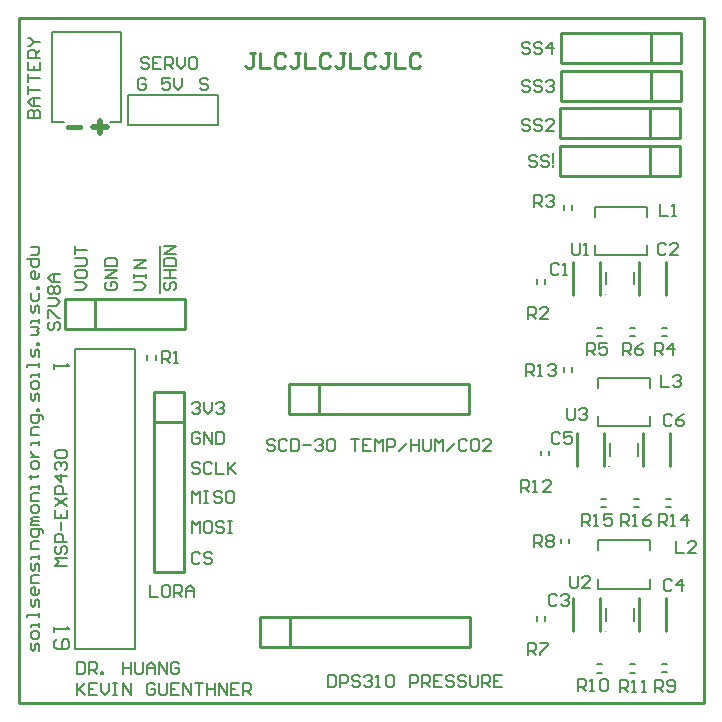
<source format=gto>
G04*
G04 #@! TF.GenerationSoftware,Altium Limited,Altium Designer,22.4.2 (48)*
G04*
G04 Layer_Color=65535*
%FSLAX25Y25*%
%MOIN*%
G70*
G04*
G04 #@! TF.SameCoordinates,78AC0251-C41B-4C09-997F-A4DA7E128E32*
G04*
G04*
G04 #@! TF.FilePolarity,Positive*
G04*
G01*
G75*
%ADD10C,0.00394*%
%ADD11C,0.00984*%
%ADD12C,0.00787*%
%ADD13C,0.00800*%
%ADD14C,0.01000*%
%ADD15C,0.01968*%
%ADD16C,0.01575*%
%ADD17C,0.00600*%
D10*
X196922Y79068D02*
G03*
X196922Y79068I-197J0D01*
G01*
X195591Y24028D02*
G03*
X195591Y24028I-197J0D01*
G01*
Y136232D02*
G03*
X195591Y136232I-197J0D01*
G01*
D11*
X27130Y192016D02*
G03*
X27130Y192016I-492J0D01*
G01*
D12*
X181693Y164567D02*
Y166142D01*
X184449Y164567D02*
Y166142D01*
X193110Y105118D02*
Y108465D01*
X210433Y105118D02*
Y108465D01*
X193110Y92323D02*
Y95669D01*
X210433Y92323D02*
Y95669D01*
X193110Y108465D02*
X210433D01*
X193110Y92323D02*
X210433D01*
X193110Y50984D02*
Y54331D01*
X210433Y50984D02*
Y54331D01*
X193110Y38189D02*
Y41535D01*
X210433Y38189D02*
Y41535D01*
X193110Y54331D02*
X210433D01*
X193110Y38189D02*
X210433D01*
X192126Y162205D02*
Y165551D01*
X209449Y162205D02*
Y165551D01*
X192126Y149409D02*
Y152756D01*
X209449Y149409D02*
Y152756D01*
X192126Y165551D02*
X209449D01*
X192126Y149409D02*
X209449D01*
X214567Y13189D02*
X216142D01*
X214567Y10433D02*
X216142D01*
X42913Y114370D02*
Y115945D01*
X45669Y114370D02*
Y115945D01*
X66339Y192835D02*
Y202835D01*
X36339Y192835D02*
X66339D01*
X36339D02*
Y202835D01*
X66339D01*
X176725Y82599D02*
Y84174D01*
X173969Y82599D02*
Y84174D01*
X215899Y65276D02*
X217473D01*
X215899Y68032D02*
X217473D01*
X205072Y65276D02*
X206647D01*
X205072Y68032D02*
X206647D01*
X194245Y68032D02*
X195820D01*
X194245Y65276D02*
X195820D01*
X181693Y110433D02*
Y112008D01*
X184449Y110433D02*
Y112008D01*
X180709Y53347D02*
Y54921D01*
X183465Y53347D02*
Y54921D01*
X175394Y27559D02*
Y29134D01*
X172638Y27559D02*
Y29134D01*
X192913Y12992D02*
X194488D01*
X192913Y10236D02*
X194488D01*
X203740Y10236D02*
X205315D01*
X203740Y12992D02*
X205315D01*
X175394Y139764D02*
Y141339D01*
X172638Y139764D02*
Y141339D01*
X192913Y125197D02*
X194488D01*
X192913Y122441D02*
X194488D01*
X214567Y122441D02*
X216142D01*
X214567Y125197D02*
X216142D01*
X203740Y122441D02*
X205315D01*
X203740Y125197D02*
X205315D01*
X18622Y17992D02*
Y110492D01*
X38622Y17992D02*
Y110492D01*
Y117992D01*
X18622D02*
X38622D01*
X18622Y110492D02*
Y117992D01*
Y17992D02*
X38622D01*
X11024Y193701D02*
X14961D01*
X11023Y193700D02*
Y223621D01*
X11024Y223622D02*
X34252D01*
X30315Y193701D02*
X34252D01*
Y223622D01*
D13*
X47244Y136811D02*
Y152559D01*
X171865Y165323D02*
Y169322D01*
X173864D01*
X174530Y168656D01*
Y167323D01*
X173864Y166656D01*
X171865D01*
X173197D02*
X174530Y165323D01*
X175863Y168656D02*
X176530Y169322D01*
X177863D01*
X178529Y168656D01*
Y167989D01*
X177863Y167323D01*
X177196D01*
X177863D01*
X178529Y166656D01*
Y165990D01*
X177863Y165323D01*
X176530D01*
X175863Y165990D01*
X6725Y17532D02*
Y19532D01*
X6059Y20198D01*
X5393Y19532D01*
Y18199D01*
X4726Y17532D01*
X4060Y18199D01*
Y20198D01*
X6725Y22197D02*
Y23530D01*
X6059Y24197D01*
X4726D01*
X4060Y23530D01*
Y22197D01*
X4726Y21531D01*
X6059D01*
X6725Y22197D01*
Y25530D02*
Y26863D01*
Y26196D01*
X4060D01*
Y25530D01*
X6725Y28862D02*
Y30195D01*
Y29528D01*
X2727D01*
Y28862D01*
X6725Y32194D02*
Y34194D01*
X6059Y34860D01*
X5393Y34194D01*
Y32861D01*
X4726Y32194D01*
X4060Y32861D01*
Y34860D01*
X6725Y38192D02*
Y36859D01*
X6059Y36193D01*
X4726D01*
X4060Y36859D01*
Y38192D01*
X4726Y38859D01*
X5393D01*
Y36193D01*
X6725Y40192D02*
X4060D01*
Y42191D01*
X4726Y42857D01*
X6725D01*
Y44190D02*
Y46190D01*
X6059Y46856D01*
X5393Y46190D01*
Y44857D01*
X4726Y44190D01*
X4060Y44857D01*
Y46856D01*
X6725Y48189D02*
Y49522D01*
Y48856D01*
X4060D01*
Y48189D01*
X6725Y51521D02*
X4060D01*
Y53521D01*
X4726Y54187D01*
X6725D01*
X8058Y56853D02*
Y57519D01*
X7392Y58186D01*
X4060D01*
Y56186D01*
X4726Y55520D01*
X6059D01*
X6725Y56186D01*
Y58186D01*
Y59519D02*
X4060D01*
Y60185D01*
X4726Y60852D01*
X6725D01*
X4726D01*
X4060Y61518D01*
X4726Y62185D01*
X6725D01*
Y64184D02*
Y65517D01*
X6059Y66183D01*
X4726D01*
X4060Y65517D01*
Y64184D01*
X4726Y63517D01*
X6059D01*
X6725Y64184D01*
Y67516D02*
X4060D01*
Y69516D01*
X4726Y70182D01*
X6725D01*
Y71515D02*
Y72848D01*
Y72181D01*
X4060D01*
Y71515D01*
X3393Y75514D02*
X4060D01*
Y74847D01*
Y76180D01*
Y75514D01*
X6059D01*
X6725Y76180D01*
Y78846D02*
Y80179D01*
X6059Y80845D01*
X4726D01*
X4060Y80179D01*
Y78846D01*
X4726Y78179D01*
X6059D01*
X6725Y78846D01*
X4060Y82178D02*
X6725D01*
X5393D01*
X4726Y82845D01*
X4060Y83511D01*
Y84177D01*
X6725Y86177D02*
Y87510D01*
Y86843D01*
X4060D01*
Y86177D01*
X6725Y89509D02*
X4060D01*
Y91508D01*
X4726Y92175D01*
X6725D01*
X8058Y94841D02*
Y95507D01*
X7392Y96174D01*
X4060D01*
Y94174D01*
X4726Y93508D01*
X6059D01*
X6725Y94174D01*
Y96174D01*
Y97506D02*
X6059D01*
Y98173D01*
X6725D01*
Y97506D01*
Y100839D02*
Y102838D01*
X6059Y103505D01*
X5393Y102838D01*
Y101505D01*
X4726Y100839D01*
X4060Y101505D01*
Y103505D01*
X6725Y105504D02*
Y106837D01*
X6059Y107503D01*
X4726D01*
X4060Y106837D01*
Y105504D01*
X4726Y104838D01*
X6059D01*
X6725Y105504D01*
Y108836D02*
Y110169D01*
Y109503D01*
X4060D01*
Y108836D01*
X6725Y112168D02*
Y113501D01*
Y112835D01*
X2727D01*
Y112168D01*
X6725Y115501D02*
Y117500D01*
X6059Y118166D01*
X5393Y117500D01*
Y116167D01*
X4726Y115501D01*
X4060Y116167D01*
Y118166D01*
X6725Y119499D02*
X6059D01*
Y120166D01*
X6725D01*
Y119499D01*
X4060Y122832D02*
X6059D01*
X6725Y123498D01*
X6059Y124165D01*
X6725Y124831D01*
X6059Y125497D01*
X4060D01*
X6725Y126830D02*
Y128163D01*
Y127497D01*
X4060D01*
Y126830D01*
X6725Y130163D02*
Y132162D01*
X6059Y132828D01*
X5393Y132162D01*
Y130829D01*
X4726Y130163D01*
X4060Y130829D01*
Y132828D01*
Y136827D02*
Y134828D01*
X4726Y134161D01*
X6059D01*
X6725Y134828D01*
Y136827D01*
Y138160D02*
X6059D01*
Y138827D01*
X6725D01*
Y138160D01*
Y143492D02*
Y142159D01*
X6059Y141492D01*
X4726D01*
X4060Y142159D01*
Y143492D01*
X4726Y144158D01*
X5393D01*
Y141492D01*
X2727Y148157D02*
X6725D01*
Y146158D01*
X6059Y145491D01*
X4726D01*
X4060Y146158D01*
Y148157D01*
Y149490D02*
X6059D01*
X6725Y150156D01*
Y152155D01*
X4060D01*
X49017Y140277D02*
X48351Y139610D01*
Y138277D01*
X49017Y137611D01*
X49684D01*
X50350Y138277D01*
Y139610D01*
X51017Y140277D01*
X51683D01*
X52350Y139610D01*
Y138277D01*
X51683Y137611D01*
X48351Y141610D02*
X52350D01*
X50350D01*
Y144275D01*
X48351D01*
X52350D01*
X48351Y145608D02*
X52350D01*
Y147608D01*
X51683Y148274D01*
X49017D01*
X48351Y147608D01*
Y145608D01*
X52350Y149607D02*
X48351D01*
X52350Y152273D01*
X48351D01*
X18823Y137611D02*
X21489D01*
X22822Y138944D01*
X21489Y140277D01*
X18823D01*
Y143609D02*
Y142276D01*
X19490Y141610D01*
X22156D01*
X22822Y142276D01*
Y143609D01*
X22156Y144275D01*
X19490D01*
X18823Y143609D01*
Y145608D02*
X22156D01*
X22822Y146275D01*
Y147608D01*
X22156Y148274D01*
X18823D01*
Y149607D02*
Y152273D01*
Y150940D01*
X22822D01*
X38508Y137611D02*
X41174D01*
X42507Y138944D01*
X41174Y140277D01*
X38508D01*
Y141610D02*
Y142943D01*
Y142276D01*
X42507D01*
Y141610D01*
Y142943D01*
Y144942D02*
X38508D01*
X42507Y147608D01*
X38508D01*
X29332Y140277D02*
X28666Y139610D01*
Y138277D01*
X29332Y137611D01*
X31998D01*
X32665Y138277D01*
Y139610D01*
X31998Y140277D01*
X30665D01*
Y138944D01*
X32665Y141610D02*
X28666D01*
X32665Y144275D01*
X28666D01*
Y145608D02*
X32665D01*
Y147608D01*
X31998Y148274D01*
X29332D01*
X28666Y147608D01*
Y145608D01*
X10478Y127194D02*
X9812Y126527D01*
Y125194D01*
X10478Y124528D01*
X11145D01*
X11811Y125194D01*
Y126527D01*
X12477Y127194D01*
X13144D01*
X13810Y126527D01*
Y125194D01*
X13144Y124528D01*
X9812Y128527D02*
Y131193D01*
X10478D01*
X13144Y128527D01*
X13810D01*
X9812Y132525D02*
X12477D01*
X13810Y133858D01*
X12477Y135191D01*
X9812D01*
X10478Y136524D02*
X9812Y137190D01*
Y138523D01*
X10478Y139190D01*
X11145D01*
X11811Y138523D01*
X12477Y139190D01*
X13144D01*
X13810Y138523D01*
Y137190D01*
X13144Y136524D01*
X12477D01*
X11811Y137190D01*
X11145Y136524D01*
X10478D01*
X11811Y137190D02*
Y138523D01*
X13810Y140523D02*
X11145D01*
X9812Y141856D01*
X11145Y143189D01*
X13810D01*
X11811D01*
Y140523D01*
X85344Y87333D02*
X84678Y87999D01*
X83345D01*
X82679Y87333D01*
Y86666D01*
X83345Y86000D01*
X84678D01*
X85344Y85334D01*
Y84667D01*
X84678Y84001D01*
X83345D01*
X82679Y84667D01*
X89343Y87333D02*
X88677Y87999D01*
X87344D01*
X86677Y87333D01*
Y84667D01*
X87344Y84001D01*
X88677D01*
X89343Y84667D01*
X90676Y87999D02*
Y84001D01*
X92676D01*
X93342Y84667D01*
Y87333D01*
X92676Y87999D01*
X90676D01*
X94675Y86000D02*
X97341D01*
X98674Y87333D02*
X99340Y87999D01*
X100673D01*
X101339Y87333D01*
Y86666D01*
X100673Y86000D01*
X100006D01*
X100673D01*
X101339Y85334D01*
Y84667D01*
X100673Y84001D01*
X99340D01*
X98674Y84667D01*
X102672Y87333D02*
X103339Y87999D01*
X104672D01*
X105338Y87333D01*
Y84667D01*
X104672Y84001D01*
X103339D01*
X102672Y84667D01*
Y87333D01*
X110670Y87999D02*
X113336D01*
X112003D01*
Y84001D01*
X117334Y87999D02*
X114668D01*
Y84001D01*
X117334D01*
X114668Y86000D02*
X116001D01*
X118667Y84001D02*
Y87999D01*
X120000Y86666D01*
X121333Y87999D01*
Y84001D01*
X122666D02*
Y87999D01*
X124665D01*
X125332Y87333D01*
Y86000D01*
X124665Y85334D01*
X122666D01*
X126664Y84001D02*
X129330Y86666D01*
X130663Y87999D02*
Y84001D01*
Y86000D01*
X133329D01*
Y87999D01*
Y84001D01*
X134662Y87999D02*
Y84667D01*
X135328Y84001D01*
X136661D01*
X137328Y84667D01*
Y87999D01*
X138661Y84001D02*
Y87999D01*
X139994Y86666D01*
X141326Y87999D01*
Y84001D01*
X142659D02*
X145325Y86666D01*
X149324Y87333D02*
X148657Y87999D01*
X147325D01*
X146658Y87333D01*
Y84667D01*
X147325Y84001D01*
X148657D01*
X149324Y84667D01*
X152656Y87999D02*
X151323D01*
X150657Y87333D01*
Y84667D01*
X151323Y84001D01*
X152656D01*
X153323Y84667D01*
Y87333D01*
X152656Y87999D01*
X157321Y84001D02*
X154656D01*
X157321Y86666D01*
Y87333D01*
X156655Y87999D01*
X155322D01*
X154656Y87333D01*
X212121Y3906D02*
Y7905D01*
X214120D01*
X214786Y7238D01*
Y5906D01*
X214120Y5239D01*
X212121D01*
X213453D02*
X214786Y3906D01*
X216119Y4573D02*
X216786Y3906D01*
X218119D01*
X218785Y4573D01*
Y7238D01*
X218119Y7905D01*
X216786D01*
X216119Y7238D01*
Y6572D01*
X216786Y5906D01*
X218785D01*
X3001Y195171D02*
X6999D01*
Y197170D01*
X6333Y197837D01*
X5666D01*
X5000Y197170D01*
Y195171D01*
Y197170D01*
X4334Y197837D01*
X3667D01*
X3001Y197170D01*
Y195171D01*
X6999Y199170D02*
X4334D01*
X3001Y200503D01*
X4334Y201835D01*
X6999D01*
X5000D01*
Y199170D01*
X3001Y203168D02*
Y205834D01*
Y204501D01*
X6999D01*
X3001Y207167D02*
Y209833D01*
Y208500D01*
X6999D01*
X3001Y213832D02*
Y211166D01*
X6999D01*
Y213832D01*
X5000Y211166D02*
Y212499D01*
X6999Y215164D02*
X3001D01*
Y217164D01*
X3667Y217830D01*
X5000D01*
X5666Y217164D01*
Y215164D01*
Y216497D02*
X6999Y217830D01*
X3001Y219163D02*
X3667D01*
X5000Y220496D01*
X3667Y221829D01*
X3001D01*
X5000Y220496D02*
X6999D01*
X103009Y9499D02*
Y5501D01*
X105009D01*
X105675Y6167D01*
Y8833D01*
X105009Y9499D01*
X103009D01*
X107008Y5501D02*
Y9499D01*
X109007D01*
X109674Y8833D01*
Y7500D01*
X109007Y6833D01*
X107008D01*
X113673Y8833D02*
X113006Y9499D01*
X111673D01*
X111007Y8833D01*
Y8167D01*
X111673Y7500D01*
X113006D01*
X113673Y6833D01*
Y6167D01*
X113006Y5501D01*
X111673D01*
X111007Y6167D01*
X115006Y8833D02*
X115672Y9499D01*
X117005D01*
X117671Y8833D01*
Y8167D01*
X117005Y7500D01*
X116338D01*
X117005D01*
X117671Y6833D01*
Y6167D01*
X117005Y5501D01*
X115672D01*
X115006Y6167D01*
X119004Y5501D02*
X120337D01*
X119671D01*
Y9499D01*
X119004Y8833D01*
X122336D02*
X123003Y9499D01*
X124336D01*
X125002Y8833D01*
Y6167D01*
X124336Y5501D01*
X123003D01*
X122336Y6167D01*
Y8833D01*
X130334Y5501D02*
Y9499D01*
X132333D01*
X133000Y8833D01*
Y7500D01*
X132333Y6833D01*
X130334D01*
X134333Y5501D02*
Y9499D01*
X136332D01*
X136998Y8833D01*
Y7500D01*
X136332Y6833D01*
X134333D01*
X135666D02*
X136998Y5501D01*
X140997Y9499D02*
X138331D01*
Y5501D01*
X140997D01*
X138331Y7500D02*
X139664D01*
X144996Y8833D02*
X144329Y9499D01*
X142997D01*
X142330Y8833D01*
Y8167D01*
X142997Y7500D01*
X144329D01*
X144996Y6833D01*
Y6167D01*
X144329Y5501D01*
X142997D01*
X142330Y6167D01*
X148995Y8833D02*
X148328Y9499D01*
X146995D01*
X146329Y8833D01*
Y8167D01*
X146995Y7500D01*
X148328D01*
X148995Y6833D01*
Y6167D01*
X148328Y5501D01*
X146995D01*
X146329Y6167D01*
X150327Y9499D02*
Y6167D01*
X150994Y5501D01*
X152327D01*
X152993Y6167D01*
Y9499D01*
X154326Y5501D02*
Y9499D01*
X156325D01*
X156992Y8833D01*
Y7500D01*
X156325Y6833D01*
X154326D01*
X155659D02*
X156992Y5501D01*
X160991Y9499D02*
X158325D01*
Y5501D01*
X160991D01*
X158325Y7500D02*
X159658D01*
X43850Y39401D02*
Y35402D01*
X46516D01*
X49848Y39401D02*
X48515D01*
X47849Y38734D01*
Y36069D01*
X48515Y35402D01*
X49848D01*
X50515Y36069D01*
Y38734D01*
X49848Y39401D01*
X51848Y35402D02*
Y39401D01*
X53847D01*
X54513Y38734D01*
Y37402D01*
X53847Y36735D01*
X51848D01*
X53180D02*
X54513Y35402D01*
X55846D02*
Y38068D01*
X57179Y39401D01*
X58512Y38068D01*
Y35402D01*
Y37402D01*
X55846D01*
X15999Y45673D02*
X12001D01*
X13333Y47006D01*
X12001Y48339D01*
X15999D01*
X12667Y52337D02*
X12001Y51671D01*
Y50338D01*
X12667Y49672D01*
X13333D01*
X14000Y50338D01*
Y51671D01*
X14667Y52337D01*
X15333D01*
X15999Y51671D01*
Y50338D01*
X15333Y49672D01*
X15999Y53670D02*
X12001D01*
Y55670D01*
X12667Y56336D01*
X14000D01*
X14667Y55670D01*
Y53670D01*
X14000Y57669D02*
Y60335D01*
X12001Y64334D02*
Y61668D01*
X15999D01*
Y64334D01*
X14000Y61668D02*
Y63001D01*
X12001Y65667D02*
X15999Y68332D01*
X12001D02*
X15999Y65667D01*
Y69665D02*
X12001D01*
Y71665D01*
X12667Y72331D01*
X14000D01*
X14667Y71665D01*
Y69665D01*
X15999Y75663D02*
X12001D01*
X14000Y73664D01*
Y76330D01*
X12667Y77663D02*
X12001Y78329D01*
Y79662D01*
X12667Y80328D01*
X13333D01*
X14000Y79662D01*
Y78996D01*
Y79662D01*
X14667Y80328D01*
X15333D01*
X15999Y79662D01*
Y78329D01*
X15333Y77663D01*
X12667Y81661D02*
X12001Y82328D01*
Y83661D01*
X12667Y84327D01*
X15333D01*
X15999Y83661D01*
Y82328D01*
X15333Y81661D01*
X12667D01*
X43532Y214916D02*
X42866Y215582D01*
X41533D01*
X40867Y214916D01*
Y214249D01*
X41533Y213583D01*
X42866D01*
X43532Y212916D01*
Y212250D01*
X42866Y211583D01*
X41533D01*
X40867Y212250D01*
X47531Y215582D02*
X44865D01*
Y211583D01*
X47531D01*
X44865Y213583D02*
X46198D01*
X48864Y211583D02*
Y215582D01*
X50863D01*
X51530Y214916D01*
Y213583D01*
X50863Y212916D01*
X48864D01*
X50197D02*
X51530Y211583D01*
X52863Y215582D02*
Y212916D01*
X54196Y211583D01*
X55528Y212916D01*
Y215582D01*
X58861D02*
X57528D01*
X56861Y214916D01*
Y212250D01*
X57528Y211583D01*
X58861D01*
X59527Y212250D01*
Y214916D01*
X58861Y215582D01*
X170563Y194246D02*
X169896Y194913D01*
X168563D01*
X167897Y194246D01*
Y193580D01*
X168563Y192913D01*
X169896D01*
X170563Y192247D01*
Y191580D01*
X169896Y190914D01*
X168563D01*
X167897Y191580D01*
X174561Y194246D02*
X173895Y194913D01*
X172562D01*
X171896Y194246D01*
Y193580D01*
X172562Y192913D01*
X173895D01*
X174561Y192247D01*
Y191580D01*
X173895Y190914D01*
X172562D01*
X171896Y191580D01*
X178560Y190914D02*
X175894D01*
X178560Y193580D01*
Y194246D01*
X177893Y194913D01*
X176561D01*
X175894Y194246D01*
X170563Y207042D02*
X169896Y207708D01*
X168563D01*
X167897Y207042D01*
Y206375D01*
X168563Y205709D01*
X169896D01*
X170563Y205042D01*
Y204376D01*
X169896Y203709D01*
X168563D01*
X167897Y204376D01*
X174561Y207042D02*
X173895Y207708D01*
X172562D01*
X171896Y207042D01*
Y206375D01*
X172562Y205709D01*
X173895D01*
X174561Y205042D01*
Y204376D01*
X173895Y203709D01*
X172562D01*
X171896Y204376D01*
X175894Y207042D02*
X176561Y207708D01*
X177893D01*
X178560Y207042D01*
Y206375D01*
X177893Y205709D01*
X177227D01*
X177893D01*
X178560Y205042D01*
Y204376D01*
X177893Y203709D01*
X176561D01*
X175894Y204376D01*
X170563Y219837D02*
X169896Y220503D01*
X168563D01*
X167897Y219837D01*
Y219170D01*
X168563Y218504D01*
X169896D01*
X170563Y217838D01*
Y217171D01*
X169896Y216505D01*
X168563D01*
X167897Y217171D01*
X174561Y219837D02*
X173895Y220503D01*
X172562D01*
X171896Y219837D01*
Y219170D01*
X172562Y218504D01*
X173895D01*
X174561Y217838D01*
Y217171D01*
X173895Y216505D01*
X172562D01*
X171896Y217171D01*
X177893Y216505D02*
Y220503D01*
X175894Y218504D01*
X178560D01*
X172880Y182102D02*
X172213Y182768D01*
X170880D01*
X170214Y182102D01*
Y181436D01*
X170880Y180769D01*
X172213D01*
X172880Y180103D01*
Y179436D01*
X172213Y178770D01*
X170880D01*
X170214Y179436D01*
X176878Y182102D02*
X176212Y182768D01*
X174879D01*
X174213Y182102D01*
Y181436D01*
X174879Y180769D01*
X176212D01*
X176878Y180103D01*
Y179436D01*
X176212Y178770D01*
X174879D01*
X174213Y179436D01*
X178211Y180103D02*
Y183435D01*
Y179436D02*
Y178770D01*
X19300Y6799D02*
Y2800D01*
Y4133D01*
X21966Y6799D01*
X19966Y4799D01*
X21966Y2800D01*
X25964Y6799D02*
X23299D01*
Y2800D01*
X25964D01*
X23299Y4799D02*
X24632D01*
X27297Y6799D02*
Y4133D01*
X28630Y2800D01*
X29963Y4133D01*
Y6799D01*
X31296D02*
X32629D01*
X31963D01*
Y2800D01*
X31296D01*
X32629D01*
X34628D02*
Y6799D01*
X37294Y2800D01*
Y6799D01*
X45292Y6132D02*
X44625Y6799D01*
X43292D01*
X42626Y6132D01*
Y3466D01*
X43292Y2800D01*
X44625D01*
X45292Y3466D01*
Y4799D01*
X43959D01*
X46624Y6799D02*
Y3466D01*
X47291Y2800D01*
X48624D01*
X49290Y3466D01*
Y6799D01*
X53289D02*
X50623D01*
Y2800D01*
X53289D01*
X50623Y4799D02*
X51956D01*
X54622Y2800D02*
Y6799D01*
X57288Y2800D01*
Y6799D01*
X58621D02*
X61286D01*
X59953D01*
Y2800D01*
X62619Y6799D02*
Y2800D01*
Y4799D01*
X65285D01*
Y6799D01*
Y2800D01*
X66618D02*
Y6799D01*
X69284Y2800D01*
Y6799D01*
X73283D02*
X70617D01*
Y2800D01*
X73283D01*
X70617Y4799D02*
X71950D01*
X74616Y2800D02*
Y6799D01*
X76615D01*
X77281Y6132D01*
Y4799D01*
X76615Y4133D01*
X74616D01*
X75948D02*
X77281Y2800D01*
X19300Y13799D02*
Y9800D01*
X21299D01*
X21966Y10467D01*
Y13132D01*
X21299Y13799D01*
X19300D01*
X23299Y9800D02*
Y13799D01*
X25298D01*
X25964Y13132D01*
Y11799D01*
X25298Y11133D01*
X23299D01*
X24632D02*
X25964Y9800D01*
X27297D02*
Y10467D01*
X27964D01*
Y9800D01*
X27297D01*
X34628Y13799D02*
Y9800D01*
Y11799D01*
X37294D01*
Y13799D01*
Y9800D01*
X38627Y13799D02*
Y10467D01*
X39294Y9800D01*
X40626D01*
X41293Y10467D01*
Y13799D01*
X42626Y9800D02*
Y12466D01*
X43959Y13799D01*
X45292Y12466D01*
Y9800D01*
Y11799D01*
X42626D01*
X46624Y9800D02*
Y13799D01*
X49290Y9800D01*
Y13799D01*
X53289Y13132D02*
X52623Y13799D01*
X51290D01*
X50623Y13132D01*
Y10467D01*
X51290Y9800D01*
X52623D01*
X53289Y10467D01*
Y11799D01*
X51956D01*
X47834Y113501D02*
Y117499D01*
X49834D01*
X50500Y116833D01*
Y115500D01*
X49834Y114833D01*
X47834D01*
X49167D02*
X50500Y113501D01*
X51833D02*
X53166D01*
X52499D01*
Y117499D01*
X51833Y116833D01*
X60466Y49632D02*
X59799Y50299D01*
X58466D01*
X57800Y49632D01*
Y46966D01*
X58466Y46300D01*
X59799D01*
X60466Y46966D01*
X64464Y49632D02*
X63798Y50299D01*
X62465D01*
X61799Y49632D01*
Y48966D01*
X62465Y48299D01*
X63798D01*
X64464Y47633D01*
Y46966D01*
X63798Y46300D01*
X62465D01*
X61799Y46966D01*
X57800Y56800D02*
Y60799D01*
X59133Y59466D01*
X60466Y60799D01*
Y56800D01*
X63798Y60799D02*
X62465D01*
X61799Y60132D01*
Y57466D01*
X62465Y56800D01*
X63798D01*
X64464Y57466D01*
Y60132D01*
X63798Y60799D01*
X68463Y60132D02*
X67797Y60799D01*
X66464D01*
X65797Y60132D01*
Y59466D01*
X66464Y58799D01*
X67797D01*
X68463Y58133D01*
Y57466D01*
X67797Y56800D01*
X66464D01*
X65797Y57466D01*
X69796Y60799D02*
X71129D01*
X70463D01*
Y56800D01*
X69796D01*
X71129D01*
X57800Y66800D02*
Y70799D01*
X59133Y69466D01*
X60466Y70799D01*
Y66800D01*
X61799Y70799D02*
X63132D01*
X62465D01*
Y66800D01*
X61799D01*
X63132D01*
X67797Y70132D02*
X67130Y70799D01*
X65797D01*
X65131Y70132D01*
Y69466D01*
X65797Y68799D01*
X67130D01*
X67797Y68133D01*
Y67466D01*
X67130Y66800D01*
X65797D01*
X65131Y67466D01*
X71129Y70799D02*
X69796D01*
X69130Y70132D01*
Y67466D01*
X69796Y66800D01*
X71129D01*
X71795Y67466D01*
Y70132D01*
X71129Y70799D01*
X60466Y79632D02*
X59799Y80299D01*
X58466D01*
X57800Y79632D01*
Y78966D01*
X58466Y78299D01*
X59799D01*
X60466Y77633D01*
Y76966D01*
X59799Y76300D01*
X58466D01*
X57800Y76966D01*
X64464Y79632D02*
X63798Y80299D01*
X62465D01*
X61799Y79632D01*
Y76966D01*
X62465Y76300D01*
X63798D01*
X64464Y76966D01*
X65797Y80299D02*
Y76300D01*
X68463D01*
X69796Y80299D02*
Y76300D01*
Y77633D01*
X72462Y80299D01*
X70463Y78299D01*
X72462Y76300D01*
X57800Y99632D02*
X58466Y100299D01*
X59799D01*
X60466Y99632D01*
Y98966D01*
X59799Y98299D01*
X59133D01*
X59799D01*
X60466Y97633D01*
Y96966D01*
X59799Y96300D01*
X58466D01*
X57800Y96966D01*
X61799Y100299D02*
Y97633D01*
X63132Y96300D01*
X64464Y97633D01*
Y100299D01*
X65797Y99632D02*
X66464Y100299D01*
X67797D01*
X68463Y99632D01*
Y98966D01*
X67797Y98299D01*
X67130D01*
X67797D01*
X68463Y97633D01*
Y96966D01*
X67797Y96300D01*
X66464D01*
X65797Y96966D01*
X60466Y89632D02*
X59799Y90299D01*
X58466D01*
X57800Y89632D01*
Y86966D01*
X58466Y86300D01*
X59799D01*
X60466Y86966D01*
Y88299D01*
X59133D01*
X61799Y86300D02*
Y90299D01*
X64464Y86300D01*
Y90299D01*
X65797D02*
Y86300D01*
X67797D01*
X68463Y86966D01*
Y89632D01*
X67797Y90299D01*
X65797D01*
X62966Y207632D02*
X62299Y208299D01*
X60966D01*
X60300Y207632D01*
Y206966D01*
X60966Y206299D01*
X62299D01*
X62966Y205633D01*
Y204966D01*
X62299Y204300D01*
X60966D01*
X60300Y204966D01*
X50466Y208299D02*
X47800D01*
Y206299D01*
X49133Y206966D01*
X49799D01*
X50466Y206299D01*
Y204966D01*
X49799Y204300D01*
X48466D01*
X47800Y204966D01*
X51799Y208299D02*
Y205633D01*
X53132Y204300D01*
X54465Y205633D01*
Y208299D01*
X42466Y207632D02*
X41799Y208299D01*
X40466D01*
X39800Y207632D01*
Y204966D01*
X40466Y204300D01*
X41799D01*
X42466Y204966D01*
Y206299D01*
X41133D01*
X213870Y166369D02*
Y162371D01*
X216535D01*
X217868D02*
X219201D01*
X218535D01*
Y166369D01*
X217868Y165703D01*
X214187Y109283D02*
Y105284D01*
X216853D01*
X218186Y108616D02*
X218853Y109283D01*
X220185D01*
X220852Y108616D01*
Y107950D01*
X220185Y107283D01*
X219519D01*
X220185D01*
X220852Y106617D01*
Y105951D01*
X220185Y105284D01*
X218853D01*
X218186Y105951D01*
X167502Y70501D02*
Y74499D01*
X169501D01*
X170167Y73833D01*
Y72500D01*
X169501Y71834D01*
X167502D01*
X168834D02*
X170167Y70501D01*
X171500D02*
X172833D01*
X172167D01*
Y74499D01*
X171500Y73833D01*
X177498Y70501D02*
X174833D01*
X177498Y73166D01*
Y73833D01*
X176832Y74499D01*
X175499D01*
X174833Y73833D01*
X213506Y59024D02*
Y63023D01*
X215505D01*
X216171Y62357D01*
Y61024D01*
X215505Y60357D01*
X213506D01*
X214839D02*
X216171Y59024D01*
X217504D02*
X218837D01*
X218171D01*
Y63023D01*
X217504Y62357D01*
X222836Y59024D02*
Y63023D01*
X220836Y61024D01*
X223502D01*
X200710Y59024D02*
Y63023D01*
X202710D01*
X203376Y62357D01*
Y61024D01*
X202710Y60357D01*
X200710D01*
X202043D02*
X203376Y59024D01*
X204709D02*
X206042D01*
X205375D01*
Y63023D01*
X204709Y62357D01*
X210707Y63023D02*
X209374Y62357D01*
X208041Y61024D01*
Y59691D01*
X208708Y59024D01*
X210041D01*
X210707Y59691D01*
Y60357D01*
X210041Y61024D01*
X208041D01*
X219109Y54165D02*
Y50166D01*
X221775D01*
X225773D02*
X223107D01*
X225773Y52832D01*
Y53498D01*
X225107Y54165D01*
X223774D01*
X223107Y53498D01*
X179452Y35782D02*
X178785Y36448D01*
X177452D01*
X176786Y35782D01*
Y33116D01*
X177452Y32449D01*
X178785D01*
X179452Y33116D01*
X180785Y35782D02*
X181451Y36448D01*
X182784D01*
X183450Y35782D01*
Y35115D01*
X182784Y34449D01*
X182117D01*
X182784D01*
X183450Y33782D01*
Y33116D01*
X182784Y32449D01*
X181451D01*
X180785Y33116D01*
X182691Y98456D02*
Y95124D01*
X183358Y94457D01*
X184691D01*
X185357Y95124D01*
Y98456D01*
X186690Y97790D02*
X187356Y98456D01*
X188689D01*
X189356Y97790D01*
Y97123D01*
X188689Y96457D01*
X188023D01*
X188689D01*
X189356Y95790D01*
Y95124D01*
X188689Y94457D01*
X187356D01*
X186690Y95124D01*
X217838Y95821D02*
X217171Y96487D01*
X215838D01*
X215172Y95821D01*
Y93155D01*
X215838Y92489D01*
X217171D01*
X217838Y93155D01*
X221836Y96487D02*
X220503Y95821D01*
X219170Y94488D01*
Y93155D01*
X219837Y92489D01*
X221170D01*
X221836Y93155D01*
Y93822D01*
X221170Y94488D01*
X219170D01*
X180436Y89916D02*
X179770Y90582D01*
X178437D01*
X177770Y89916D01*
Y87250D01*
X178437Y86583D01*
X179770D01*
X180436Y87250D01*
X184435Y90582D02*
X181769D01*
Y88583D01*
X183102Y89249D01*
X183768D01*
X184435Y88583D01*
Y87250D01*
X183768Y86583D01*
X182435D01*
X181769Y87250D01*
X187915Y59024D02*
Y63023D01*
X189914D01*
X190581Y62357D01*
Y61024D01*
X189914Y60357D01*
X187915D01*
X189248D02*
X190581Y59024D01*
X191914D02*
X193247D01*
X192580D01*
Y63023D01*
X191914Y62357D01*
X197912Y63023D02*
X195246D01*
Y61024D01*
X196579Y61690D01*
X197245D01*
X197912Y61024D01*
Y59691D01*
X197245Y59024D01*
X195912D01*
X195246Y59691D01*
X169214Y109221D02*
Y113220D01*
X171214D01*
X171880Y112553D01*
Y111221D01*
X171214Y110554D01*
X169214D01*
X170547D02*
X171880Y109221D01*
X173213D02*
X174546D01*
X173879D01*
Y113220D01*
X173213Y112553D01*
X176545D02*
X177212Y113220D01*
X178544D01*
X179211Y112553D01*
Y111887D01*
X178544Y111221D01*
X177878D01*
X178544D01*
X179211Y110554D01*
Y109888D01*
X178544Y109221D01*
X177212D01*
X176545Y109888D01*
X171865Y52135D02*
Y56133D01*
X173864D01*
X174530Y55467D01*
Y54134D01*
X173864Y53467D01*
X171865D01*
X173197D02*
X174530Y52135D01*
X175863Y55467D02*
X176530Y56133D01*
X177863D01*
X178529Y55467D01*
Y54800D01*
X177863Y54134D01*
X178529Y53467D01*
Y52801D01*
X177863Y52135D01*
X176530D01*
X175863Y52801D01*
Y53467D01*
X176530Y54134D01*
X175863Y54800D01*
Y55467D01*
X176530Y54134D02*
X177863D01*
X169668Y16001D02*
Y19999D01*
X171667D01*
X172334Y19333D01*
Y18000D01*
X171667Y17334D01*
X169668D01*
X171001D02*
X172334Y16001D01*
X173667Y19999D02*
X176332D01*
Y19333D01*
X173667Y16667D01*
Y16001D01*
X186502Y4001D02*
Y7999D01*
X188501D01*
X189167Y7333D01*
Y6000D01*
X188501Y5334D01*
X186502D01*
X187835D02*
X189167Y4001D01*
X190500D02*
X191833D01*
X191167D01*
Y7999D01*
X190500Y7333D01*
X193833D02*
X194499Y7999D01*
X195832D01*
X196498Y7333D01*
Y4667D01*
X195832Y4001D01*
X194499D01*
X193833Y4667D01*
Y7333D01*
X200393Y3906D02*
Y7905D01*
X202392D01*
X203058Y7238D01*
Y5906D01*
X202392Y5239D01*
X200393D01*
X201725D02*
X203058Y3906D01*
X204391D02*
X205724D01*
X205058D01*
Y7905D01*
X204391Y7238D01*
X207723Y3906D02*
X209056D01*
X208390D01*
Y7905D01*
X207723Y7238D01*
X217838Y40703D02*
X217171Y41369D01*
X215838D01*
X215172Y40703D01*
Y38037D01*
X215838Y37371D01*
X217171D01*
X217838Y38037D01*
X221170Y37371D02*
Y41369D01*
X219170Y39370D01*
X221836D01*
X183676Y42354D02*
Y39021D01*
X184342Y38355D01*
X185675D01*
X186341Y39021D01*
Y42354D01*
X190340Y38355D02*
X187674D01*
X190340Y41021D01*
Y41687D01*
X189674Y42354D01*
X188341D01*
X187674Y41687D01*
X180118Y146018D02*
X179452Y146684D01*
X178119D01*
X177452Y146018D01*
Y143352D01*
X178119Y142686D01*
X179452D01*
X180118Y143352D01*
X181451Y142686D02*
X182784D01*
X182117D01*
Y146684D01*
X181451Y146018D01*
X169668Y128001D02*
Y131999D01*
X171667D01*
X172334Y131333D01*
Y130000D01*
X171667Y129333D01*
X169668D01*
X171001D02*
X172334Y128001D01*
X176332D02*
X173667D01*
X176332Y130666D01*
Y131333D01*
X175666Y131999D01*
X174333D01*
X173667Y131333D01*
X189581Y116111D02*
Y120110D01*
X191580D01*
X192247Y119443D01*
Y118110D01*
X191580Y117444D01*
X189581D01*
X190914D02*
X192247Y116111D01*
X196246Y120110D02*
X193580D01*
Y118110D01*
X194913Y118777D01*
X195579D01*
X196246Y118110D01*
Y116777D01*
X195579Y116111D01*
X194246D01*
X193580Y116777D01*
X212219Y116111D02*
Y120110D01*
X214218D01*
X214885Y119443D01*
Y118110D01*
X214218Y117444D01*
X212219D01*
X213552D02*
X214885Y116111D01*
X218217D02*
Y120110D01*
X216218Y118110D01*
X218883D01*
X201392Y116111D02*
Y120110D01*
X203392D01*
X204058Y119443D01*
Y118110D01*
X203392Y117444D01*
X201392D01*
X202725D02*
X204058Y116111D01*
X208057Y120110D02*
X206724Y119443D01*
X205391Y118110D01*
Y116777D01*
X206057Y116111D01*
X207390D01*
X208057Y116777D01*
Y117444D01*
X207390Y118110D01*
X205391D01*
X215869Y152908D02*
X215202Y153574D01*
X213870D01*
X213203Y152908D01*
Y150242D01*
X213870Y149575D01*
X215202D01*
X215869Y150242D01*
X219868Y149575D02*
X217202D01*
X219868Y152241D01*
Y152908D01*
X219201Y153574D01*
X217868D01*
X217202Y152908D01*
X184342Y153574D02*
Y150242D01*
X185009Y149575D01*
X186341D01*
X187008Y150242D01*
Y153574D01*
X188341Y149575D02*
X189674D01*
X189007D01*
Y153574D01*
X188341Y152908D01*
X11811Y113189D02*
Y111523D01*
Y112356D01*
X16809D01*
X15976Y113189D01*
X11811Y25591D02*
Y23924D01*
Y24757D01*
X16809D01*
X15976Y25591D01*
X12644Y21425D02*
X11811Y20592D01*
Y18926D01*
X12644Y18093D01*
X15976D01*
X16809Y18926D01*
Y20592D01*
X15976Y21425D01*
X15143D01*
X14310Y20592D01*
Y18093D01*
D14*
X15354Y134921D02*
X55354D01*
Y124921D02*
Y134921D01*
X15354Y124921D02*
X55354D01*
X15354D02*
Y134921D01*
X25354D01*
Y124921D02*
Y134921D01*
X90000Y106378D02*
X150000D01*
Y96378D02*
Y106378D01*
X90000Y96378D02*
X150000D01*
X90000D02*
Y106378D01*
X100000D01*
Y96378D02*
Y106378D01*
X45197Y93740D02*
X55197D01*
Y103740D01*
X45197D02*
X55197D01*
X45197Y43740D02*
Y103740D01*
Y43740D02*
X55197D01*
Y103740D01*
X90315Y18622D02*
Y28622D01*
X80315D02*
X90315D01*
X80315Y18622D02*
Y28622D01*
Y18622D02*
X150315D01*
Y28622D01*
X80315D02*
X150315D01*
X210512Y175709D02*
Y185709D01*
Y175709D02*
X220512D01*
Y185709D01*
X180512D02*
X220512D01*
X180512Y175709D02*
Y185709D01*
Y175709D02*
X220512D01*
X193870Y24028D02*
Y35028D01*
X184870Y24028D02*
Y35028D01*
X210669Y213504D02*
Y223504D01*
Y213504D02*
X220669D01*
Y223504D01*
X180669D02*
X220669D01*
X180669Y213504D02*
Y223504D01*
Y213504D02*
X220669D01*
X210669Y200905D02*
Y210906D01*
Y200905D02*
X220669D01*
Y210906D01*
X180669D02*
X220669D01*
X180669Y200905D02*
Y210906D01*
Y200905D02*
X220669D01*
X210512Y188307D02*
Y198307D01*
Y188307D02*
X220512D01*
Y198307D01*
X180512D02*
X220512D01*
X180512Y188307D02*
Y198307D01*
Y188307D02*
X220512D01*
X217249Y79068D02*
Y90068D01*
X208249Y79068D02*
Y90068D01*
X195202Y79068D02*
Y90068D01*
X186202Y79068D02*
Y90068D01*
X215917Y24028D02*
Y35028D01*
X206917Y24028D02*
Y35028D01*
X193870Y136232D02*
Y147232D01*
X184870Y136232D02*
Y147232D01*
X215917Y136232D02*
Y147232D01*
X206917Y136232D02*
Y147232D01*
X78840Y216628D02*
X77174D01*
X78007D01*
Y212463D01*
X77174Y211630D01*
X76341D01*
X75508Y212463D01*
X80506Y216628D02*
Y211630D01*
X83838D01*
X88837Y215795D02*
X88004Y216628D01*
X86338D01*
X85505Y215795D01*
Y212463D01*
X86338Y211630D01*
X88004D01*
X88837Y212463D01*
X93835Y216628D02*
X92169D01*
X93002D01*
Y212463D01*
X92169Y211630D01*
X91336D01*
X90503Y212463D01*
X95501Y216628D02*
Y211630D01*
X98834D01*
X103832Y215795D02*
X102999Y216628D01*
X101333D01*
X100500Y215795D01*
Y212463D01*
X101333Y211630D01*
X102999D01*
X103832Y212463D01*
X108830Y216628D02*
X107164D01*
X107997D01*
Y212463D01*
X107164Y211630D01*
X106331D01*
X105498Y212463D01*
X110496Y216628D02*
Y211630D01*
X113829D01*
X118827Y215795D02*
X117994Y216628D01*
X116328D01*
X115495Y215795D01*
Y212463D01*
X116328Y211630D01*
X117994D01*
X118827Y212463D01*
X123826Y216628D02*
X122159D01*
X122993D01*
Y212463D01*
X122159Y211630D01*
X121326D01*
X120493Y212463D01*
X125492Y216628D02*
Y211630D01*
X128824D01*
X133822Y215795D02*
X132989Y216628D01*
X131323D01*
X130490Y215795D01*
Y212463D01*
X131323Y211630D01*
X132989D01*
X133822Y212463D01*
X0Y0D02*
X228346D01*
X0Y228346D02*
X228346D01*
Y0D02*
Y228346D01*
X0Y0D02*
Y228346D01*
D15*
X24750Y192000D02*
X29500D01*
X27000Y190000D02*
Y194000D01*
D16*
X16500Y192000D02*
X20500D01*
D17*
X197075Y82446D02*
Y86689D01*
X206375Y82446D02*
Y86689D01*
X195744Y27406D02*
Y31649D01*
X205044Y27406D02*
Y31649D01*
X195744Y139611D02*
Y143854D01*
X205044Y139611D02*
Y143854D01*
M02*

</source>
